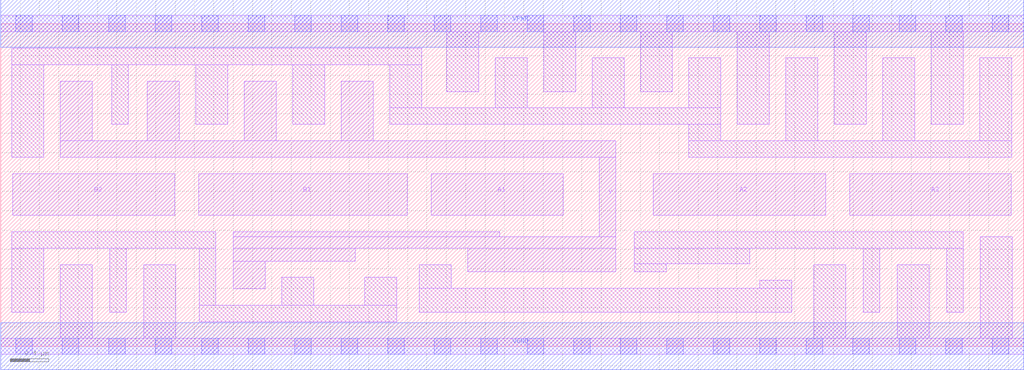
<source format=lef>
# Copyright 2020 The SkyWater PDK Authors
#
# Licensed under the Apache License, Version 2.0 (the "License");
# you may not use this file except in compliance with the License.
# You may obtain a copy of the License at
#
#     https://www.apache.org/licenses/LICENSE-2.0
#
# Unless required by applicable law or agreed to in writing, software
# distributed under the License is distributed on an "AS IS" BASIS,
# WITHOUT WARRANTIES OR CONDITIONS OF ANY KIND, either express or implied.
# See the License for the specific language governing permissions and
# limitations under the License.
#
# SPDX-License-Identifier: Apache-2.0

VERSION 5.7 ;
  NAMESCASESENSITIVE ON ;
  NOWIREEXTENSIONATPIN ON ;
  DIVIDERCHAR "/" ;
  BUSBITCHARS "[]" ;
UNITS
  DATABASE MICRONS 200 ;
END UNITS
MACRO sky130_fd_sc_hs__a32oi_4
  CLASS CORE ;
  FOREIGN sky130_fd_sc_hs__a32oi_4 ;
  ORIGIN  0.000000  0.000000 ;
  SIZE  10.56000 BY  3.330000 ;
  SYMMETRY X Y ;
  SITE unit ;
  PIN A1
    ANTENNAGATEAREA  1.116000 ;
    DIRECTION INPUT ;
    USE SIGNAL ;
    PORT
      LAYER li1 ;
        RECT 4.445000 1.350000 5.805000 1.780000 ;
    END
  END A1
  PIN A2
    ANTENNAGATEAREA  1.116000 ;
    DIRECTION INPUT ;
    USE SIGNAL ;
    PORT
      LAYER li1 ;
        RECT 6.735000 1.350000 8.515000 1.780000 ;
    END
  END A2
  PIN A3
    ANTENNAGATEAREA  1.116000 ;
    DIRECTION INPUT ;
    USE SIGNAL ;
    PORT
      LAYER li1 ;
        RECT 8.765000 1.350000 10.435000 1.780000 ;
    END
  END A3
  PIN B1
    ANTENNAGATEAREA  1.116000 ;
    DIRECTION INPUT ;
    USE SIGNAL ;
    PORT
      LAYER li1 ;
        RECT 2.045000 1.350000 4.195000 1.780000 ;
    END
  END B1
  PIN B2
    ANTENNAGATEAREA  1.116000 ;
    DIRECTION INPUT ;
    USE SIGNAL ;
    PORT
      LAYER li1 ;
        RECT 0.125000 1.350000 1.795000 1.780000 ;
    END
  END B2
  PIN Y
    ANTENNADIFFAREA  2.387000 ;
    DIRECTION OUTPUT ;
    USE SIGNAL ;
    PORT
      LAYER li1 ;
        RECT 0.615000 1.950000 6.350000 2.120000 ;
        RECT 0.615000 2.120000 0.945000 2.735000 ;
        RECT 1.515000 2.120000 1.845000 2.735000 ;
        RECT 2.400000 0.595000 2.730000 0.880000 ;
        RECT 2.400000 0.880000 3.660000 1.010000 ;
        RECT 2.400000 1.010000 6.350000 1.130000 ;
        RECT 2.400000 1.130000 5.150000 1.180000 ;
        RECT 2.515000 2.120000 2.845000 2.735000 ;
        RECT 3.515000 2.120000 3.845000 2.735000 ;
        RECT 4.820000 0.770000 6.350000 1.010000 ;
        RECT 6.180000 1.130000 6.350000 1.950000 ;
    END
  END Y
  PIN VGND
    DIRECTION INOUT ;
    USE GROUND ;
    PORT
      LAYER met1 ;
        RECT 0.000000 -0.245000 10.560000 0.245000 ;
    END
  END VGND
  PIN VPWR
    DIRECTION INOUT ;
    USE POWER ;
    PORT
      LAYER met1 ;
        RECT 0.000000 3.085000 10.560000 3.575000 ;
    END
  END VPWR
  OBS
    LAYER li1 ;
      RECT  0.000000 -0.085000 10.560000 0.085000 ;
      RECT  0.000000  3.245000 10.560000 3.415000 ;
      RECT  0.115000  0.350000  0.445000 1.010000 ;
      RECT  0.115000  1.010000  2.220000 1.180000 ;
      RECT  0.115000  1.950000  0.445000 2.905000 ;
      RECT  0.115000  2.905000  4.345000 3.075000 ;
      RECT  0.615000  0.085000  0.945000 0.840000 ;
      RECT  1.125000  0.350000  1.295000 1.010000 ;
      RECT  1.145000  2.290000  1.315000 2.905000 ;
      RECT  1.475000  0.085000  1.805000 0.840000 ;
      RECT  2.015000  2.290000  2.345000 2.905000 ;
      RECT  2.050000  0.255000  4.090000 0.425000 ;
      RECT  2.050000  0.425000  2.220000 1.010000 ;
      RECT  2.900000  0.425000  3.230000 0.710000 ;
      RECT  3.015000  2.290000  3.345000 2.905000 ;
      RECT  3.760000  0.425000  4.090000 0.710000 ;
      RECT  4.015000  2.290000  7.435000 2.460000 ;
      RECT  4.015000  2.460000  4.345000 2.905000 ;
      RECT  4.320000  0.350000  8.165000 0.600000 ;
      RECT  4.320000  0.600000  4.650000 0.840000 ;
      RECT  4.605000  2.630000  4.935000 3.245000 ;
      RECT  5.105000  2.460000  5.435000 2.980000 ;
      RECT  5.605000  2.630000  5.935000 3.245000 ;
      RECT  6.105000  2.460000  6.435000 2.980000 ;
      RECT  6.540000  0.770000  6.870000 0.850000 ;
      RECT  6.540000  0.850000  7.735000 1.010000 ;
      RECT  6.540000  1.010000  9.935000 1.180000 ;
      RECT  6.605000  2.630000  6.935000 3.245000 ;
      RECT  7.105000  1.950000 10.440000 2.120000 ;
      RECT  7.105000  2.120000  7.435000 2.290000 ;
      RECT  7.105000  2.460000  7.435000 2.980000 ;
      RECT  7.605000  2.290000  7.935000 3.245000 ;
      RECT  7.835000  0.600000  8.165000 0.680000 ;
      RECT  8.105000  2.120000  8.435000 2.980000 ;
      RECT  8.395000  0.085000  8.725000 0.840000 ;
      RECT  8.605000  2.290000  8.935000 3.245000 ;
      RECT  8.905000  0.350000  9.075000 1.010000 ;
      RECT  9.105000  2.120000  9.435000 2.980000 ;
      RECT  9.255000  0.085000  9.585000 0.840000 ;
      RECT  9.605000  2.290000  9.935000 3.245000 ;
      RECT  9.765000  0.350000  9.935000 1.010000 ;
      RECT 10.110000  2.120000 10.440000 2.980000 ;
      RECT 10.115000  0.085000 10.445000 1.130000 ;
    LAYER mcon ;
      RECT  0.155000 -0.085000  0.325000 0.085000 ;
      RECT  0.155000  3.245000  0.325000 3.415000 ;
      RECT  0.635000 -0.085000  0.805000 0.085000 ;
      RECT  0.635000  3.245000  0.805000 3.415000 ;
      RECT  1.115000 -0.085000  1.285000 0.085000 ;
      RECT  1.115000  3.245000  1.285000 3.415000 ;
      RECT  1.595000 -0.085000  1.765000 0.085000 ;
      RECT  1.595000  3.245000  1.765000 3.415000 ;
      RECT  2.075000 -0.085000  2.245000 0.085000 ;
      RECT  2.075000  3.245000  2.245000 3.415000 ;
      RECT  2.555000 -0.085000  2.725000 0.085000 ;
      RECT  2.555000  3.245000  2.725000 3.415000 ;
      RECT  3.035000 -0.085000  3.205000 0.085000 ;
      RECT  3.035000  3.245000  3.205000 3.415000 ;
      RECT  3.515000 -0.085000  3.685000 0.085000 ;
      RECT  3.515000  3.245000  3.685000 3.415000 ;
      RECT  3.995000 -0.085000  4.165000 0.085000 ;
      RECT  3.995000  3.245000  4.165000 3.415000 ;
      RECT  4.475000 -0.085000  4.645000 0.085000 ;
      RECT  4.475000  3.245000  4.645000 3.415000 ;
      RECT  4.955000 -0.085000  5.125000 0.085000 ;
      RECT  4.955000  3.245000  5.125000 3.415000 ;
      RECT  5.435000 -0.085000  5.605000 0.085000 ;
      RECT  5.435000  3.245000  5.605000 3.415000 ;
      RECT  5.915000 -0.085000  6.085000 0.085000 ;
      RECT  5.915000  3.245000  6.085000 3.415000 ;
      RECT  6.395000 -0.085000  6.565000 0.085000 ;
      RECT  6.395000  3.245000  6.565000 3.415000 ;
      RECT  6.875000 -0.085000  7.045000 0.085000 ;
      RECT  6.875000  3.245000  7.045000 3.415000 ;
      RECT  7.355000 -0.085000  7.525000 0.085000 ;
      RECT  7.355000  3.245000  7.525000 3.415000 ;
      RECT  7.835000 -0.085000  8.005000 0.085000 ;
      RECT  7.835000  3.245000  8.005000 3.415000 ;
      RECT  8.315000 -0.085000  8.485000 0.085000 ;
      RECT  8.315000  3.245000  8.485000 3.415000 ;
      RECT  8.795000 -0.085000  8.965000 0.085000 ;
      RECT  8.795000  3.245000  8.965000 3.415000 ;
      RECT  9.275000 -0.085000  9.445000 0.085000 ;
      RECT  9.275000  3.245000  9.445000 3.415000 ;
      RECT  9.755000 -0.085000  9.925000 0.085000 ;
      RECT  9.755000  3.245000  9.925000 3.415000 ;
      RECT 10.235000 -0.085000 10.405000 0.085000 ;
      RECT 10.235000  3.245000 10.405000 3.415000 ;
  END
END sky130_fd_sc_hs__a32oi_4
END LIBRARY

</source>
